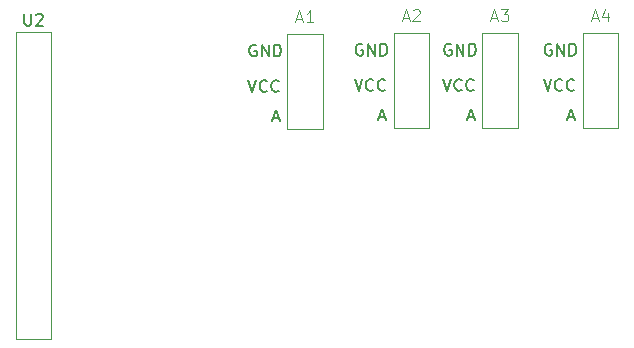
<source format=gbr>
%TF.GenerationSoftware,KiCad,Pcbnew,8.0.8*%
%TF.CreationDate,2025-02-20T10:17:43+01:00*%
%TF.ProjectId,pi_hat,70695f68-6174-42e6-9b69-6361645f7063,rev?*%
%TF.SameCoordinates,Original*%
%TF.FileFunction,Legend,Top*%
%TF.FilePolarity,Positive*%
%FSLAX46Y46*%
G04 Gerber Fmt 4.6, Leading zero omitted, Abs format (unit mm)*
G04 Created by KiCad (PCBNEW 8.0.8) date 2025-02-20 10:17:43*
%MOMM*%
%LPD*%
G01*
G04 APERTURE LIST*
%ADD10C,0.100000*%
%ADD11C,0.150000*%
%ADD12C,0.120000*%
%ADD13C,2.700000*%
%ADD14C,1.700000*%
%ADD15R,1.700000X1.700000*%
%ADD16O,1.700000X1.700000*%
G04 APERTURE END LIST*
D10*
X38285714Y42408296D02*
X38761904Y42408296D01*
X38190476Y42122581D02*
X38523809Y43122581D01*
X38523809Y43122581D02*
X38857142Y42122581D01*
X39142857Y43027343D02*
X39190476Y43074962D01*
X39190476Y43074962D02*
X39285714Y43122581D01*
X39285714Y43122581D02*
X39523809Y43122581D01*
X39523809Y43122581D02*
X39619047Y43074962D01*
X39619047Y43074962D02*
X39666666Y43027343D01*
X39666666Y43027343D02*
X39714285Y42932105D01*
X39714285Y42932105D02*
X39714285Y42836867D01*
X39714285Y42836867D02*
X39666666Y42694010D01*
X39666666Y42694010D02*
X39095238Y42122581D01*
X39095238Y42122581D02*
X39714285Y42122581D01*
D11*
X34860588Y40162562D02*
X34765350Y40210181D01*
X34765350Y40210181D02*
X34622493Y40210181D01*
X34622493Y40210181D02*
X34479636Y40162562D01*
X34479636Y40162562D02*
X34384398Y40067324D01*
X34384398Y40067324D02*
X34336779Y39972086D01*
X34336779Y39972086D02*
X34289160Y39781610D01*
X34289160Y39781610D02*
X34289160Y39638753D01*
X34289160Y39638753D02*
X34336779Y39448277D01*
X34336779Y39448277D02*
X34384398Y39353039D01*
X34384398Y39353039D02*
X34479636Y39257800D01*
X34479636Y39257800D02*
X34622493Y39210181D01*
X34622493Y39210181D02*
X34717731Y39210181D01*
X34717731Y39210181D02*
X34860588Y39257800D01*
X34860588Y39257800D02*
X34908207Y39305420D01*
X34908207Y39305420D02*
X34908207Y39638753D01*
X34908207Y39638753D02*
X34717731Y39638753D01*
X35336779Y39210181D02*
X35336779Y40210181D01*
X35336779Y40210181D02*
X35908207Y39210181D01*
X35908207Y39210181D02*
X35908207Y40210181D01*
X36384398Y39210181D02*
X36384398Y40210181D01*
X36384398Y40210181D02*
X36622493Y40210181D01*
X36622493Y40210181D02*
X36765350Y40162562D01*
X36765350Y40162562D02*
X36860588Y40067324D01*
X36860588Y40067324D02*
X36908207Y39972086D01*
X36908207Y39972086D02*
X36955826Y39781610D01*
X36955826Y39781610D02*
X36955826Y39638753D01*
X36955826Y39638753D02*
X36908207Y39448277D01*
X36908207Y39448277D02*
X36860588Y39353039D01*
X36860588Y39353039D02*
X36765350Y39257800D01*
X36765350Y39257800D02*
X36622493Y39210181D01*
X36622493Y39210181D02*
X36384398Y39210181D01*
X34193922Y37210181D02*
X34527255Y36210181D01*
X34527255Y36210181D02*
X34860588Y37210181D01*
X35765350Y36305420D02*
X35717731Y36257800D01*
X35717731Y36257800D02*
X35574874Y36210181D01*
X35574874Y36210181D02*
X35479636Y36210181D01*
X35479636Y36210181D02*
X35336779Y36257800D01*
X35336779Y36257800D02*
X35241541Y36353039D01*
X35241541Y36353039D02*
X35193922Y36448277D01*
X35193922Y36448277D02*
X35146303Y36638753D01*
X35146303Y36638753D02*
X35146303Y36781610D01*
X35146303Y36781610D02*
X35193922Y36972086D01*
X35193922Y36972086D02*
X35241541Y37067324D01*
X35241541Y37067324D02*
X35336779Y37162562D01*
X35336779Y37162562D02*
X35479636Y37210181D01*
X35479636Y37210181D02*
X35574874Y37210181D01*
X35574874Y37210181D02*
X35717731Y37162562D01*
X35717731Y37162562D02*
X35765350Y37114943D01*
X36765350Y36305420D02*
X36717731Y36257800D01*
X36717731Y36257800D02*
X36574874Y36210181D01*
X36574874Y36210181D02*
X36479636Y36210181D01*
X36479636Y36210181D02*
X36336779Y36257800D01*
X36336779Y36257800D02*
X36241541Y36353039D01*
X36241541Y36353039D02*
X36193922Y36448277D01*
X36193922Y36448277D02*
X36146303Y36638753D01*
X36146303Y36638753D02*
X36146303Y36781610D01*
X36146303Y36781610D02*
X36193922Y36972086D01*
X36193922Y36972086D02*
X36241541Y37067324D01*
X36241541Y37067324D02*
X36336779Y37162562D01*
X36336779Y37162562D02*
X36479636Y37210181D01*
X36479636Y37210181D02*
X36574874Y37210181D01*
X36574874Y37210181D02*
X36717731Y37162562D01*
X36717731Y37162562D02*
X36765350Y37114943D01*
X36289160Y33995896D02*
X36765350Y33995896D01*
X36193922Y33710181D02*
X36527255Y34710181D01*
X36527255Y34710181D02*
X36860588Y33710181D01*
D10*
X29285714Y42328296D02*
X29761904Y42328296D01*
X29190476Y42042581D02*
X29523809Y43042581D01*
X29523809Y43042581D02*
X29857142Y42042581D01*
X30714285Y42042581D02*
X30142857Y42042581D01*
X30428571Y42042581D02*
X30428571Y43042581D01*
X30428571Y43042581D02*
X30333333Y42899724D01*
X30333333Y42899724D02*
X30238095Y42804486D01*
X30238095Y42804486D02*
X30142857Y42756867D01*
D11*
X25193922Y37130181D02*
X25527255Y36130181D01*
X25527255Y36130181D02*
X25860588Y37130181D01*
X26765350Y36225420D02*
X26717731Y36177800D01*
X26717731Y36177800D02*
X26574874Y36130181D01*
X26574874Y36130181D02*
X26479636Y36130181D01*
X26479636Y36130181D02*
X26336779Y36177800D01*
X26336779Y36177800D02*
X26241541Y36273039D01*
X26241541Y36273039D02*
X26193922Y36368277D01*
X26193922Y36368277D02*
X26146303Y36558753D01*
X26146303Y36558753D02*
X26146303Y36701610D01*
X26146303Y36701610D02*
X26193922Y36892086D01*
X26193922Y36892086D02*
X26241541Y36987324D01*
X26241541Y36987324D02*
X26336779Y37082562D01*
X26336779Y37082562D02*
X26479636Y37130181D01*
X26479636Y37130181D02*
X26574874Y37130181D01*
X26574874Y37130181D02*
X26717731Y37082562D01*
X26717731Y37082562D02*
X26765350Y37034943D01*
X27765350Y36225420D02*
X27717731Y36177800D01*
X27717731Y36177800D02*
X27574874Y36130181D01*
X27574874Y36130181D02*
X27479636Y36130181D01*
X27479636Y36130181D02*
X27336779Y36177800D01*
X27336779Y36177800D02*
X27241541Y36273039D01*
X27241541Y36273039D02*
X27193922Y36368277D01*
X27193922Y36368277D02*
X27146303Y36558753D01*
X27146303Y36558753D02*
X27146303Y36701610D01*
X27146303Y36701610D02*
X27193922Y36892086D01*
X27193922Y36892086D02*
X27241541Y36987324D01*
X27241541Y36987324D02*
X27336779Y37082562D01*
X27336779Y37082562D02*
X27479636Y37130181D01*
X27479636Y37130181D02*
X27574874Y37130181D01*
X27574874Y37130181D02*
X27717731Y37082562D01*
X27717731Y37082562D02*
X27765350Y37034943D01*
X25860588Y40082562D02*
X25765350Y40130181D01*
X25765350Y40130181D02*
X25622493Y40130181D01*
X25622493Y40130181D02*
X25479636Y40082562D01*
X25479636Y40082562D02*
X25384398Y39987324D01*
X25384398Y39987324D02*
X25336779Y39892086D01*
X25336779Y39892086D02*
X25289160Y39701610D01*
X25289160Y39701610D02*
X25289160Y39558753D01*
X25289160Y39558753D02*
X25336779Y39368277D01*
X25336779Y39368277D02*
X25384398Y39273039D01*
X25384398Y39273039D02*
X25479636Y39177800D01*
X25479636Y39177800D02*
X25622493Y39130181D01*
X25622493Y39130181D02*
X25717731Y39130181D01*
X25717731Y39130181D02*
X25860588Y39177800D01*
X25860588Y39177800D02*
X25908207Y39225420D01*
X25908207Y39225420D02*
X25908207Y39558753D01*
X25908207Y39558753D02*
X25717731Y39558753D01*
X26336779Y39130181D02*
X26336779Y40130181D01*
X26336779Y40130181D02*
X26908207Y39130181D01*
X26908207Y39130181D02*
X26908207Y40130181D01*
X27384398Y39130181D02*
X27384398Y40130181D01*
X27384398Y40130181D02*
X27622493Y40130181D01*
X27622493Y40130181D02*
X27765350Y40082562D01*
X27765350Y40082562D02*
X27860588Y39987324D01*
X27860588Y39987324D02*
X27908207Y39892086D01*
X27908207Y39892086D02*
X27955826Y39701610D01*
X27955826Y39701610D02*
X27955826Y39558753D01*
X27955826Y39558753D02*
X27908207Y39368277D01*
X27908207Y39368277D02*
X27860588Y39273039D01*
X27860588Y39273039D02*
X27765350Y39177800D01*
X27765350Y39177800D02*
X27622493Y39130181D01*
X27622493Y39130181D02*
X27384398Y39130181D01*
X27289160Y33915896D02*
X27765350Y33915896D01*
X27193922Y33630181D02*
X27527255Y34630181D01*
X27527255Y34630181D02*
X27860588Y33630181D01*
D10*
X54285714Y42408296D02*
X54761904Y42408296D01*
X54190476Y42122581D02*
X54523809Y43122581D01*
X54523809Y43122581D02*
X54857142Y42122581D01*
X55619047Y42789248D02*
X55619047Y42122581D01*
X55380952Y43170200D02*
X55142857Y42455915D01*
X55142857Y42455915D02*
X55761904Y42455915D01*
D11*
X52289160Y33995896D02*
X52765350Y33995896D01*
X52193922Y33710181D02*
X52527255Y34710181D01*
X52527255Y34710181D02*
X52860588Y33710181D01*
X50193922Y37210181D02*
X50527255Y36210181D01*
X50527255Y36210181D02*
X50860588Y37210181D01*
X51765350Y36305420D02*
X51717731Y36257800D01*
X51717731Y36257800D02*
X51574874Y36210181D01*
X51574874Y36210181D02*
X51479636Y36210181D01*
X51479636Y36210181D02*
X51336779Y36257800D01*
X51336779Y36257800D02*
X51241541Y36353039D01*
X51241541Y36353039D02*
X51193922Y36448277D01*
X51193922Y36448277D02*
X51146303Y36638753D01*
X51146303Y36638753D02*
X51146303Y36781610D01*
X51146303Y36781610D02*
X51193922Y36972086D01*
X51193922Y36972086D02*
X51241541Y37067324D01*
X51241541Y37067324D02*
X51336779Y37162562D01*
X51336779Y37162562D02*
X51479636Y37210181D01*
X51479636Y37210181D02*
X51574874Y37210181D01*
X51574874Y37210181D02*
X51717731Y37162562D01*
X51717731Y37162562D02*
X51765350Y37114943D01*
X52765350Y36305420D02*
X52717731Y36257800D01*
X52717731Y36257800D02*
X52574874Y36210181D01*
X52574874Y36210181D02*
X52479636Y36210181D01*
X52479636Y36210181D02*
X52336779Y36257800D01*
X52336779Y36257800D02*
X52241541Y36353039D01*
X52241541Y36353039D02*
X52193922Y36448277D01*
X52193922Y36448277D02*
X52146303Y36638753D01*
X52146303Y36638753D02*
X52146303Y36781610D01*
X52146303Y36781610D02*
X52193922Y36972086D01*
X52193922Y36972086D02*
X52241541Y37067324D01*
X52241541Y37067324D02*
X52336779Y37162562D01*
X52336779Y37162562D02*
X52479636Y37210181D01*
X52479636Y37210181D02*
X52574874Y37210181D01*
X52574874Y37210181D02*
X52717731Y37162562D01*
X52717731Y37162562D02*
X52765350Y37114943D01*
X50860588Y40162562D02*
X50765350Y40210181D01*
X50765350Y40210181D02*
X50622493Y40210181D01*
X50622493Y40210181D02*
X50479636Y40162562D01*
X50479636Y40162562D02*
X50384398Y40067324D01*
X50384398Y40067324D02*
X50336779Y39972086D01*
X50336779Y39972086D02*
X50289160Y39781610D01*
X50289160Y39781610D02*
X50289160Y39638753D01*
X50289160Y39638753D02*
X50336779Y39448277D01*
X50336779Y39448277D02*
X50384398Y39353039D01*
X50384398Y39353039D02*
X50479636Y39257800D01*
X50479636Y39257800D02*
X50622493Y39210181D01*
X50622493Y39210181D02*
X50717731Y39210181D01*
X50717731Y39210181D02*
X50860588Y39257800D01*
X50860588Y39257800D02*
X50908207Y39305420D01*
X50908207Y39305420D02*
X50908207Y39638753D01*
X50908207Y39638753D02*
X50717731Y39638753D01*
X51336779Y39210181D02*
X51336779Y40210181D01*
X51336779Y40210181D02*
X51908207Y39210181D01*
X51908207Y39210181D02*
X51908207Y40210181D01*
X52384398Y39210181D02*
X52384398Y40210181D01*
X52384398Y40210181D02*
X52622493Y40210181D01*
X52622493Y40210181D02*
X52765350Y40162562D01*
X52765350Y40162562D02*
X52860588Y40067324D01*
X52860588Y40067324D02*
X52908207Y39972086D01*
X52908207Y39972086D02*
X52955826Y39781610D01*
X52955826Y39781610D02*
X52955826Y39638753D01*
X52955826Y39638753D02*
X52908207Y39448277D01*
X52908207Y39448277D02*
X52860588Y39353039D01*
X52860588Y39353039D02*
X52765350Y39257800D01*
X52765350Y39257800D02*
X52622493Y39210181D01*
X52622493Y39210181D02*
X52384398Y39210181D01*
X6238095Y42745181D02*
X6238095Y41935658D01*
X6238095Y41935658D02*
X6285714Y41840420D01*
X6285714Y41840420D02*
X6333333Y41792800D01*
X6333333Y41792800D02*
X6428571Y41745181D01*
X6428571Y41745181D02*
X6619047Y41745181D01*
X6619047Y41745181D02*
X6714285Y41792800D01*
X6714285Y41792800D02*
X6761904Y41840420D01*
X6761904Y41840420D02*
X6809523Y41935658D01*
X6809523Y41935658D02*
X6809523Y42745181D01*
X7238095Y42649943D02*
X7285714Y42697562D01*
X7285714Y42697562D02*
X7380952Y42745181D01*
X7380952Y42745181D02*
X7619047Y42745181D01*
X7619047Y42745181D02*
X7714285Y42697562D01*
X7714285Y42697562D02*
X7761904Y42649943D01*
X7761904Y42649943D02*
X7809523Y42554705D01*
X7809523Y42554705D02*
X7809523Y42459467D01*
X7809523Y42459467D02*
X7761904Y42316610D01*
X7761904Y42316610D02*
X7190476Y41745181D01*
X7190476Y41745181D02*
X7809523Y41745181D01*
D10*
X45785714Y42408296D02*
X46261904Y42408296D01*
X45690476Y42122581D02*
X46023809Y43122581D01*
X46023809Y43122581D02*
X46357142Y42122581D01*
X46595238Y43122581D02*
X47214285Y43122581D01*
X47214285Y43122581D02*
X46880952Y42741629D01*
X46880952Y42741629D02*
X47023809Y42741629D01*
X47023809Y42741629D02*
X47119047Y42694010D01*
X47119047Y42694010D02*
X47166666Y42646391D01*
X47166666Y42646391D02*
X47214285Y42551153D01*
X47214285Y42551153D02*
X47214285Y42313058D01*
X47214285Y42313058D02*
X47166666Y42217820D01*
X47166666Y42217820D02*
X47119047Y42170200D01*
X47119047Y42170200D02*
X47023809Y42122581D01*
X47023809Y42122581D02*
X46738095Y42122581D01*
X46738095Y42122581D02*
X46642857Y42170200D01*
X46642857Y42170200D02*
X46595238Y42217820D01*
D11*
X43789160Y33995896D02*
X44265350Y33995896D01*
X43693922Y33710181D02*
X44027255Y34710181D01*
X44027255Y34710181D02*
X44360588Y33710181D01*
X41693922Y37210181D02*
X42027255Y36210181D01*
X42027255Y36210181D02*
X42360588Y37210181D01*
X43265350Y36305420D02*
X43217731Y36257800D01*
X43217731Y36257800D02*
X43074874Y36210181D01*
X43074874Y36210181D02*
X42979636Y36210181D01*
X42979636Y36210181D02*
X42836779Y36257800D01*
X42836779Y36257800D02*
X42741541Y36353039D01*
X42741541Y36353039D02*
X42693922Y36448277D01*
X42693922Y36448277D02*
X42646303Y36638753D01*
X42646303Y36638753D02*
X42646303Y36781610D01*
X42646303Y36781610D02*
X42693922Y36972086D01*
X42693922Y36972086D02*
X42741541Y37067324D01*
X42741541Y37067324D02*
X42836779Y37162562D01*
X42836779Y37162562D02*
X42979636Y37210181D01*
X42979636Y37210181D02*
X43074874Y37210181D01*
X43074874Y37210181D02*
X43217731Y37162562D01*
X43217731Y37162562D02*
X43265350Y37114943D01*
X44265350Y36305420D02*
X44217731Y36257800D01*
X44217731Y36257800D02*
X44074874Y36210181D01*
X44074874Y36210181D02*
X43979636Y36210181D01*
X43979636Y36210181D02*
X43836779Y36257800D01*
X43836779Y36257800D02*
X43741541Y36353039D01*
X43741541Y36353039D02*
X43693922Y36448277D01*
X43693922Y36448277D02*
X43646303Y36638753D01*
X43646303Y36638753D02*
X43646303Y36781610D01*
X43646303Y36781610D02*
X43693922Y36972086D01*
X43693922Y36972086D02*
X43741541Y37067324D01*
X43741541Y37067324D02*
X43836779Y37162562D01*
X43836779Y37162562D02*
X43979636Y37210181D01*
X43979636Y37210181D02*
X44074874Y37210181D01*
X44074874Y37210181D02*
X44217731Y37162562D01*
X44217731Y37162562D02*
X44265350Y37114943D01*
X42360588Y40162562D02*
X42265350Y40210181D01*
X42265350Y40210181D02*
X42122493Y40210181D01*
X42122493Y40210181D02*
X41979636Y40162562D01*
X41979636Y40162562D02*
X41884398Y40067324D01*
X41884398Y40067324D02*
X41836779Y39972086D01*
X41836779Y39972086D02*
X41789160Y39781610D01*
X41789160Y39781610D02*
X41789160Y39638753D01*
X41789160Y39638753D02*
X41836779Y39448277D01*
X41836779Y39448277D02*
X41884398Y39353039D01*
X41884398Y39353039D02*
X41979636Y39257800D01*
X41979636Y39257800D02*
X42122493Y39210181D01*
X42122493Y39210181D02*
X42217731Y39210181D01*
X42217731Y39210181D02*
X42360588Y39257800D01*
X42360588Y39257800D02*
X42408207Y39305420D01*
X42408207Y39305420D02*
X42408207Y39638753D01*
X42408207Y39638753D02*
X42217731Y39638753D01*
X42836779Y39210181D02*
X42836779Y40210181D01*
X42836779Y40210181D02*
X43408207Y39210181D01*
X43408207Y39210181D02*
X43408207Y40210181D01*
X43884398Y39210181D02*
X43884398Y40210181D01*
X43884398Y40210181D02*
X44122493Y40210181D01*
X44122493Y40210181D02*
X44265350Y40162562D01*
X44265350Y40162562D02*
X44360588Y40067324D01*
X44360588Y40067324D02*
X44408207Y39972086D01*
X44408207Y39972086D02*
X44455826Y39781610D01*
X44455826Y39781610D02*
X44455826Y39638753D01*
X44455826Y39638753D02*
X44408207Y39448277D01*
X44408207Y39448277D02*
X44360588Y39353039D01*
X44360588Y39353039D02*
X44265350Y39257800D01*
X44265350Y39257800D02*
X44122493Y39210181D01*
X44122493Y39210181D02*
X43884398Y39210181D01*
D12*
%TO.C,A2*%
X37500000Y41080000D02*
X40500000Y41080000D01*
X37500000Y33080000D02*
X37500000Y41080000D01*
X40500000Y41080000D02*
X40500000Y33080000D01*
X40500000Y33080000D02*
X37500000Y33080000D01*
%TO.C,A1*%
X28500000Y41000000D02*
X31500000Y41000000D01*
X28500000Y33000000D02*
X28500000Y41000000D01*
X31500000Y41000000D02*
X31500000Y33000000D01*
X31500000Y33000000D02*
X28500000Y33000000D01*
%TO.C,A4*%
X53500000Y41080000D02*
X56500000Y41080000D01*
X53500000Y33080000D02*
X53500000Y41080000D01*
X56500000Y41080000D02*
X56500000Y33080000D01*
X56500000Y33080000D02*
X53500000Y33080000D01*
D10*
%TO.C,U2*%
X5500000Y41200000D02*
X8500000Y41200000D01*
X5500000Y15200000D02*
X5500000Y41200000D01*
X8500000Y41200000D02*
X8500000Y15200000D01*
X8500000Y15200000D02*
X5500000Y15200000D01*
D12*
%TO.C,A3*%
X45000000Y41080000D02*
X48000000Y41080000D01*
X45000000Y33080000D02*
X45000000Y41080000D01*
X48000000Y41080000D02*
X48000000Y33080000D01*
X48000000Y33080000D02*
X45000000Y33080000D01*
%TD*%
%LPC*%
D13*
%TO.C,MH2*%
X61500000Y52500000D03*
%TD*%
D14*
%TO.C,A2*%
X39000000Y39580000D03*
X39000000Y37040000D03*
X39000000Y34500000D03*
%TD*%
%TO.C,A1*%
X30000000Y39500000D03*
X30000000Y36960000D03*
X30000000Y34420000D03*
%TD*%
%TO.C,A4*%
X55000000Y39580000D03*
X55000000Y37040000D03*
X55000000Y34500000D03*
%TD*%
D13*
%TO.C,MH3*%
X3500000Y3500000D03*
%TD*%
%TO.C,MH1*%
X3500000Y52500000D03*
%TD*%
D14*
%TO.C,U2*%
X7000000Y39860000D03*
X7000000Y37320000D03*
X7000000Y34780000D03*
X7000000Y32240000D03*
X7000000Y29700000D03*
X7000000Y27160000D03*
X7000000Y24620000D03*
X7000000Y22080000D03*
X7000000Y19540000D03*
X7000000Y17000000D03*
%TD*%
D13*
%TO.C,MH4*%
X61500000Y3500000D03*
%TD*%
D14*
%TO.C,A3*%
X46500000Y39580000D03*
X46500000Y37040000D03*
X46500000Y34500000D03*
%TD*%
D15*
%TO.C,J1*%
X8370000Y51230000D03*
D16*
X8370000Y53770000D03*
X10910000Y51230000D03*
X10910000Y53770000D03*
X13450000Y51230000D03*
X13450000Y53770000D03*
X15990000Y51230000D03*
X15990000Y53770000D03*
X18530000Y51230000D03*
X18530000Y53770000D03*
X21070000Y51230000D03*
X21070000Y53770000D03*
X23610000Y51230000D03*
X23610000Y53770000D03*
X26150000Y51230000D03*
X26150000Y53770000D03*
X28690000Y51230000D03*
X28690000Y53770000D03*
X31230000Y51230000D03*
X31230000Y53770000D03*
X33770000Y51230000D03*
X33770000Y53770000D03*
X36310000Y51230000D03*
X36310000Y53770000D03*
X38850000Y51230000D03*
X38850000Y53770000D03*
X41390000Y51230000D03*
X41390000Y53770000D03*
X43930000Y51230000D03*
X43930000Y53770000D03*
X46470000Y51230000D03*
X46470000Y53770000D03*
X49010000Y51230000D03*
X49010000Y53770000D03*
X51550000Y51230000D03*
X51550000Y53770000D03*
X54090000Y51230000D03*
X54090000Y53770000D03*
X56630000Y51230000D03*
X56630000Y53770000D03*
%TD*%
%LPD*%
M02*

</source>
